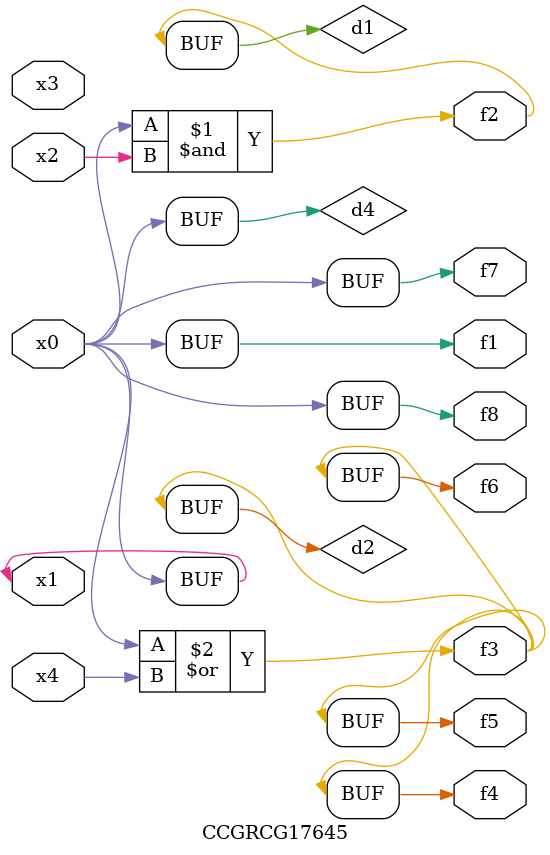
<source format=v>
module CCGRCG17645(
	input x0, x1, x2, x3, x4,
	output f1, f2, f3, f4, f5, f6, f7, f8
);

	wire d1, d2, d3, d4;

	and (d1, x0, x2);
	or (d2, x0, x4);
	nand (d3, x0, x2);
	buf (d4, x0, x1);
	assign f1 = d4;
	assign f2 = d1;
	assign f3 = d2;
	assign f4 = d2;
	assign f5 = d2;
	assign f6 = d2;
	assign f7 = d4;
	assign f8 = d4;
endmodule

</source>
